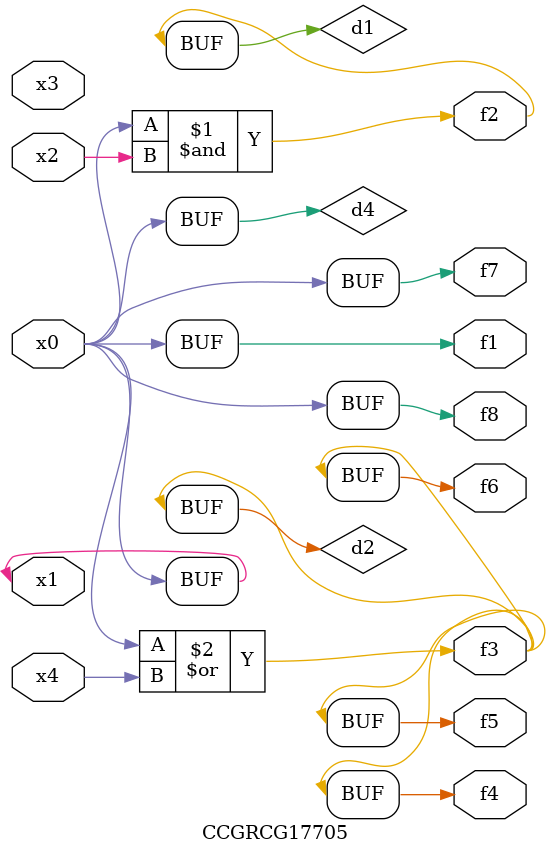
<source format=v>
module CCGRCG17705(
	input x0, x1, x2, x3, x4,
	output f1, f2, f3, f4, f5, f6, f7, f8
);

	wire d1, d2, d3, d4;

	and (d1, x0, x2);
	or (d2, x0, x4);
	nand (d3, x0, x2);
	buf (d4, x0, x1);
	assign f1 = d4;
	assign f2 = d1;
	assign f3 = d2;
	assign f4 = d2;
	assign f5 = d2;
	assign f6 = d2;
	assign f7 = d4;
	assign f8 = d4;
endmodule

</source>
